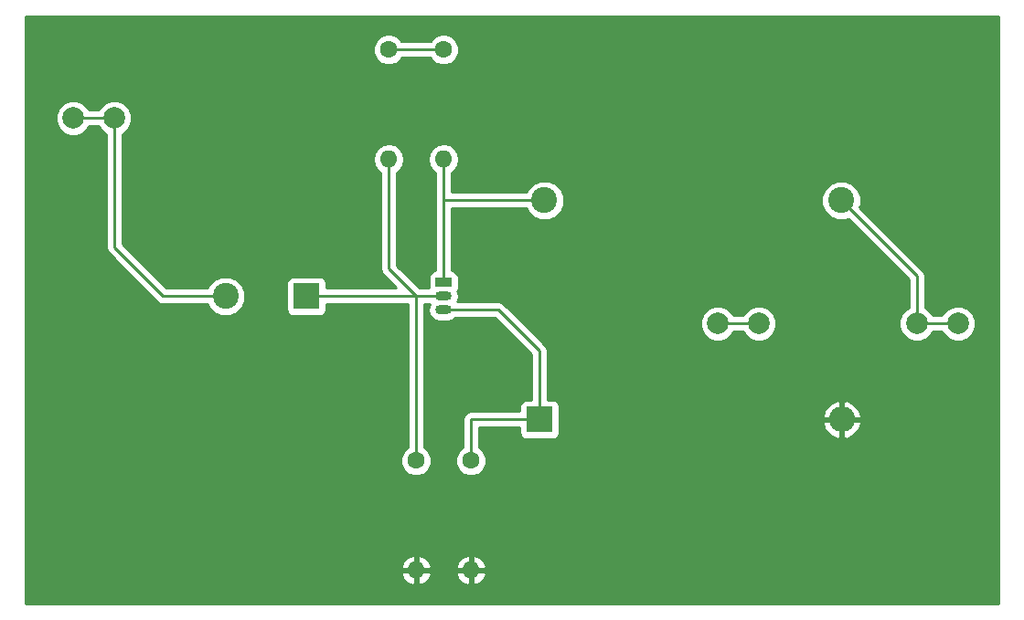
<source format=gbr>
G04 #@! TF.FileFunction,Copper,L1,Top,Signal*
%FSLAX46Y46*%
G04 Gerber Fmt 4.6, Leading zero omitted, Abs format (unit mm)*
G04 Created by KiCad (PCBNEW 4.0.5) date 05/18/17 11:13:03*
%MOMM*%
%LPD*%
G01*
G04 APERTURE LIST*
%ADD10C,0.100000*%
%ADD11O,1.500000X0.900000*%
%ADD12R,1.500000X0.900000*%
%ADD13R,2.400000X2.400000*%
%ADD14C,2.400000*%
%ADD15O,2.400000X2.400000*%
%ADD16C,1.600000*%
%ADD17O,1.600000X1.600000*%
%ADD18C,1.998980*%
%ADD19C,0.250000*%
%ADD20C,0.254000*%
G04 APERTURE END LIST*
D10*
D11*
X162560000Y-106680000D03*
X162560000Y-107950000D03*
D12*
X162560000Y-105410000D03*
D13*
X149860000Y-106680000D03*
D14*
X142360000Y-106680000D03*
D13*
X171450000Y-118110000D03*
D15*
X199450000Y-118110000D03*
D14*
X199390000Y-97790000D03*
X171890000Y-97790000D03*
D16*
X157480000Y-83820000D03*
D17*
X157480000Y-93980000D03*
D16*
X160020000Y-121920000D03*
D17*
X160020000Y-132080000D03*
D16*
X162560000Y-83820000D03*
D17*
X162560000Y-93980000D03*
D16*
X165100000Y-121920000D03*
D17*
X165100000Y-132080000D03*
D18*
X128270000Y-90170000D03*
X132080000Y-90170000D03*
X206375000Y-109220000D03*
X210185000Y-109220000D03*
X187960000Y-109220000D03*
X191770000Y-109220000D03*
D19*
X157480000Y-104140000D02*
X160020000Y-106680000D01*
X157480000Y-93980000D02*
X157480000Y-104140000D01*
X160020000Y-106680000D02*
X162560000Y-106680000D01*
X160020000Y-121920000D02*
X160020000Y-106680000D01*
X162560000Y-106680000D02*
X149860000Y-106680000D01*
X132080000Y-90170000D02*
X130666508Y-90170000D01*
X130666508Y-90170000D02*
X128270000Y-90170000D01*
X142360000Y-106680000D02*
X136601200Y-106680000D01*
X136601200Y-106680000D02*
X132080000Y-102158800D01*
X132080000Y-102158800D02*
X132080000Y-90170000D01*
X165100000Y-118110000D02*
X171450000Y-118110000D01*
X165100000Y-121920000D02*
X165100000Y-118110000D01*
X162560000Y-107950000D02*
X167640000Y-107950000D01*
X167640000Y-107950000D02*
X171450000Y-111760000D01*
X171450000Y-111760000D02*
X171450000Y-118110000D01*
X165100000Y-132080000D02*
X163968630Y-132080000D01*
X163968630Y-132080000D02*
X160020000Y-132080000D01*
X191820800Y-132085080D02*
X191815720Y-132080000D01*
X191815720Y-132080000D02*
X165100000Y-132080000D01*
X199450000Y-124455880D02*
X191820800Y-132085080D01*
X199450000Y-118110000D02*
X199450000Y-124455880D01*
X206375000Y-109220000D02*
X207788492Y-109220000D01*
X207788492Y-109220000D02*
X210185000Y-109220000D01*
X206375000Y-109220000D02*
X206375000Y-104775000D01*
X206375000Y-104775000D02*
X199390000Y-97790000D01*
X162560000Y-105410000D02*
X162560000Y-97790000D01*
X162560000Y-97790000D02*
X162560000Y-93980000D01*
X171890000Y-97790000D02*
X162560000Y-97790000D01*
X157480000Y-83820000D02*
X162560000Y-83820000D01*
X191770000Y-109220000D02*
X190356508Y-109220000D01*
X190356508Y-109220000D02*
X187960000Y-109220000D01*
D20*
G36*
X213945000Y-135205000D02*
X123875000Y-135205000D01*
X123875000Y-132429041D01*
X158628086Y-132429041D01*
X158867611Y-132935134D01*
X159282577Y-133311041D01*
X159670961Y-133471904D01*
X159893000Y-133349915D01*
X159893000Y-132207000D01*
X160147000Y-132207000D01*
X160147000Y-133349915D01*
X160369039Y-133471904D01*
X160757423Y-133311041D01*
X161172389Y-132935134D01*
X161411914Y-132429041D01*
X163708086Y-132429041D01*
X163947611Y-132935134D01*
X164362577Y-133311041D01*
X164750961Y-133471904D01*
X164973000Y-133349915D01*
X164973000Y-132207000D01*
X165227000Y-132207000D01*
X165227000Y-133349915D01*
X165449039Y-133471904D01*
X165837423Y-133311041D01*
X166252389Y-132935134D01*
X166491914Y-132429041D01*
X166370629Y-132207000D01*
X165227000Y-132207000D01*
X164973000Y-132207000D01*
X163829371Y-132207000D01*
X163708086Y-132429041D01*
X161411914Y-132429041D01*
X161290629Y-132207000D01*
X160147000Y-132207000D01*
X159893000Y-132207000D01*
X158749371Y-132207000D01*
X158628086Y-132429041D01*
X123875000Y-132429041D01*
X123875000Y-131730959D01*
X158628086Y-131730959D01*
X158749371Y-131953000D01*
X159893000Y-131953000D01*
X159893000Y-130810085D01*
X160147000Y-130810085D01*
X160147000Y-131953000D01*
X161290629Y-131953000D01*
X161411914Y-131730959D01*
X163708086Y-131730959D01*
X163829371Y-131953000D01*
X164973000Y-131953000D01*
X164973000Y-130810085D01*
X165227000Y-130810085D01*
X165227000Y-131953000D01*
X166370629Y-131953000D01*
X166491914Y-131730959D01*
X166252389Y-131224866D01*
X165837423Y-130848959D01*
X165449039Y-130688096D01*
X165227000Y-130810085D01*
X164973000Y-130810085D01*
X164750961Y-130688096D01*
X164362577Y-130848959D01*
X163947611Y-131224866D01*
X163708086Y-131730959D01*
X161411914Y-131730959D01*
X161172389Y-131224866D01*
X160757423Y-130848959D01*
X160369039Y-130688096D01*
X160147000Y-130810085D01*
X159893000Y-130810085D01*
X159670961Y-130688096D01*
X159282577Y-130848959D01*
X158867611Y-131224866D01*
X158628086Y-131730959D01*
X123875000Y-131730959D01*
X123875000Y-90493694D01*
X126635226Y-90493694D01*
X126883538Y-91094655D01*
X127342927Y-91554846D01*
X127943453Y-91804206D01*
X128593694Y-91804774D01*
X129194655Y-91556462D01*
X129654846Y-91097073D01*
X129724221Y-90930000D01*
X130625504Y-90930000D01*
X130693538Y-91094655D01*
X131152927Y-91554846D01*
X131320000Y-91624221D01*
X131320000Y-102158800D01*
X131377852Y-102449639D01*
X131542599Y-102696201D01*
X136063799Y-107217401D01*
X136310360Y-107382148D01*
X136601200Y-107440000D01*
X140688552Y-107440000D01*
X140803455Y-107718086D01*
X141319199Y-108234730D01*
X141993395Y-108514681D01*
X142723403Y-108515318D01*
X143398086Y-108236545D01*
X143914730Y-107720801D01*
X144194681Y-107046605D01*
X144195318Y-106316597D01*
X143916545Y-105641914D01*
X143754914Y-105480000D01*
X148012560Y-105480000D01*
X148012560Y-107880000D01*
X148056838Y-108115317D01*
X148195910Y-108331441D01*
X148408110Y-108476431D01*
X148660000Y-108527440D01*
X151060000Y-108527440D01*
X151295317Y-108483162D01*
X151511441Y-108344090D01*
X151656431Y-108131890D01*
X151707440Y-107880000D01*
X151707440Y-107440000D01*
X159260000Y-107440000D01*
X159260000Y-120681354D01*
X159208200Y-120702757D01*
X158804176Y-121106077D01*
X158585250Y-121633309D01*
X158584752Y-122204187D01*
X158802757Y-122731800D01*
X159206077Y-123135824D01*
X159733309Y-123354750D01*
X160304187Y-123355248D01*
X160831800Y-123137243D01*
X161235824Y-122733923D01*
X161454750Y-122206691D01*
X161455248Y-121635813D01*
X161237243Y-121108200D01*
X160833923Y-120704176D01*
X160780000Y-120681785D01*
X160780000Y-107440000D01*
X161293792Y-107440000D01*
X161230457Y-107534788D01*
X161147866Y-107950000D01*
X161230457Y-108365212D01*
X161465655Y-108717211D01*
X161817654Y-108952409D01*
X162232866Y-109035000D01*
X162887134Y-109035000D01*
X163302346Y-108952409D01*
X163654345Y-108717211D01*
X163659163Y-108710000D01*
X167325198Y-108710000D01*
X170690000Y-112074802D01*
X170690000Y-116262560D01*
X170250000Y-116262560D01*
X170014683Y-116306838D01*
X169798559Y-116445910D01*
X169653569Y-116658110D01*
X169602560Y-116910000D01*
X169602560Y-117350000D01*
X165100000Y-117350000D01*
X164809161Y-117407852D01*
X164562599Y-117572599D01*
X164397852Y-117819161D01*
X164340000Y-118110000D01*
X164340000Y-120681354D01*
X164288200Y-120702757D01*
X163884176Y-121106077D01*
X163665250Y-121633309D01*
X163664752Y-122204187D01*
X163882757Y-122731800D01*
X164286077Y-123135824D01*
X164813309Y-123354750D01*
X165384187Y-123355248D01*
X165911800Y-123137243D01*
X166315824Y-122733923D01*
X166534750Y-122206691D01*
X166535248Y-121635813D01*
X166317243Y-121108200D01*
X165913923Y-120704176D01*
X165860000Y-120681785D01*
X165860000Y-118870000D01*
X169602560Y-118870000D01*
X169602560Y-119310000D01*
X169646838Y-119545317D01*
X169785910Y-119761441D01*
X169998110Y-119906431D01*
X170250000Y-119957440D01*
X172650000Y-119957440D01*
X172885317Y-119913162D01*
X173101441Y-119774090D01*
X173246431Y-119561890D01*
X173297440Y-119310000D01*
X173297440Y-118521805D01*
X197661805Y-118521805D01*
X197894358Y-119083258D01*
X198385224Y-119604492D01*
X199038193Y-119898203D01*
X199323000Y-119781858D01*
X199323000Y-118237000D01*
X199577000Y-118237000D01*
X199577000Y-119781858D01*
X199861807Y-119898203D01*
X200514776Y-119604492D01*
X201005642Y-119083258D01*
X201238195Y-118521805D01*
X201121432Y-118237000D01*
X199577000Y-118237000D01*
X199323000Y-118237000D01*
X197778568Y-118237000D01*
X197661805Y-118521805D01*
X173297440Y-118521805D01*
X173297440Y-117698195D01*
X197661805Y-117698195D01*
X197778568Y-117983000D01*
X199323000Y-117983000D01*
X199323000Y-116438142D01*
X199577000Y-116438142D01*
X199577000Y-117983000D01*
X201121432Y-117983000D01*
X201238195Y-117698195D01*
X201005642Y-117136742D01*
X200514776Y-116615508D01*
X199861807Y-116321797D01*
X199577000Y-116438142D01*
X199323000Y-116438142D01*
X199038193Y-116321797D01*
X198385224Y-116615508D01*
X197894358Y-117136742D01*
X197661805Y-117698195D01*
X173297440Y-117698195D01*
X173297440Y-116910000D01*
X173253162Y-116674683D01*
X173114090Y-116458559D01*
X172901890Y-116313569D01*
X172650000Y-116262560D01*
X172210000Y-116262560D01*
X172210000Y-111760000D01*
X172152148Y-111469161D01*
X171987401Y-111222599D01*
X170308496Y-109543694D01*
X186325226Y-109543694D01*
X186573538Y-110144655D01*
X187032927Y-110604846D01*
X187633453Y-110854206D01*
X188283694Y-110854774D01*
X188884655Y-110606462D01*
X189344846Y-110147073D01*
X189414221Y-109980000D01*
X190315504Y-109980000D01*
X190383538Y-110144655D01*
X190842927Y-110604846D01*
X191443453Y-110854206D01*
X192093694Y-110854774D01*
X192694655Y-110606462D01*
X193154846Y-110147073D01*
X193404206Y-109546547D01*
X193404774Y-108896306D01*
X193156462Y-108295345D01*
X192697073Y-107835154D01*
X192096547Y-107585794D01*
X191446306Y-107585226D01*
X190845345Y-107833538D01*
X190385154Y-108292927D01*
X190315779Y-108460000D01*
X189414496Y-108460000D01*
X189346462Y-108295345D01*
X188887073Y-107835154D01*
X188286547Y-107585794D01*
X187636306Y-107585226D01*
X187035345Y-107833538D01*
X186575154Y-108292927D01*
X186325794Y-108893453D01*
X186325226Y-109543694D01*
X170308496Y-109543694D01*
X168177401Y-107412599D01*
X167930839Y-107247852D01*
X167640000Y-107190000D01*
X163826208Y-107190000D01*
X163889543Y-107095212D01*
X163972134Y-106680000D01*
X163889543Y-106264788D01*
X163846241Y-106199981D01*
X163906431Y-106111890D01*
X163957440Y-105860000D01*
X163957440Y-104960000D01*
X163913162Y-104724683D01*
X163774090Y-104508559D01*
X163561890Y-104363569D01*
X163320000Y-104314585D01*
X163320000Y-98550000D01*
X170218552Y-98550000D01*
X170333455Y-98828086D01*
X170849199Y-99344730D01*
X171523395Y-99624681D01*
X172253403Y-99625318D01*
X172928086Y-99346545D01*
X173444730Y-98830801D01*
X173724681Y-98156605D01*
X173724683Y-98153403D01*
X197554682Y-98153403D01*
X197833455Y-98828086D01*
X198349199Y-99344730D01*
X199023395Y-99624681D01*
X199753403Y-99625318D01*
X200034407Y-99509209D01*
X205615000Y-105089802D01*
X205615000Y-107765504D01*
X205450345Y-107833538D01*
X204990154Y-108292927D01*
X204740794Y-108893453D01*
X204740226Y-109543694D01*
X204988538Y-110144655D01*
X205447927Y-110604846D01*
X206048453Y-110854206D01*
X206698694Y-110854774D01*
X207299655Y-110606462D01*
X207759846Y-110147073D01*
X207829221Y-109980000D01*
X208730504Y-109980000D01*
X208798538Y-110144655D01*
X209257927Y-110604846D01*
X209858453Y-110854206D01*
X210508694Y-110854774D01*
X211109655Y-110606462D01*
X211569846Y-110147073D01*
X211819206Y-109546547D01*
X211819774Y-108896306D01*
X211571462Y-108295345D01*
X211112073Y-107835154D01*
X210511547Y-107585794D01*
X209861306Y-107585226D01*
X209260345Y-107833538D01*
X208800154Y-108292927D01*
X208730779Y-108460000D01*
X207829496Y-108460000D01*
X207761462Y-108295345D01*
X207302073Y-107835154D01*
X207135000Y-107765779D01*
X207135000Y-104775000D01*
X207077148Y-104484161D01*
X206912401Y-104237599D01*
X201109293Y-98434491D01*
X201224681Y-98156605D01*
X201225318Y-97426597D01*
X200946545Y-96751914D01*
X200430801Y-96235270D01*
X199756605Y-95955319D01*
X199026597Y-95954682D01*
X198351914Y-96233455D01*
X197835270Y-96749199D01*
X197555319Y-97423395D01*
X197554682Y-98153403D01*
X173724683Y-98153403D01*
X173725318Y-97426597D01*
X173446545Y-96751914D01*
X172930801Y-96235270D01*
X172256605Y-95955319D01*
X171526597Y-95954682D01*
X170851914Y-96233455D01*
X170335270Y-96749199D01*
X170218671Y-97030000D01*
X163320000Y-97030000D01*
X163320000Y-95192995D01*
X163574698Y-95022811D01*
X163885767Y-94557264D01*
X163995000Y-94008113D01*
X163995000Y-93951887D01*
X163885767Y-93402736D01*
X163574698Y-92937189D01*
X163109151Y-92626120D01*
X162560000Y-92516887D01*
X162010849Y-92626120D01*
X161545302Y-92937189D01*
X161234233Y-93402736D01*
X161125000Y-93951887D01*
X161125000Y-94008113D01*
X161234233Y-94557264D01*
X161545302Y-95022811D01*
X161800000Y-95192995D01*
X161800000Y-104314442D01*
X161574683Y-104356838D01*
X161358559Y-104495910D01*
X161213569Y-104708110D01*
X161162560Y-104960000D01*
X161162560Y-105860000D01*
X161173850Y-105920000D01*
X160334802Y-105920000D01*
X158240000Y-103825198D01*
X158240000Y-95192995D01*
X158494698Y-95022811D01*
X158805767Y-94557264D01*
X158915000Y-94008113D01*
X158915000Y-93951887D01*
X158805767Y-93402736D01*
X158494698Y-92937189D01*
X158029151Y-92626120D01*
X157480000Y-92516887D01*
X156930849Y-92626120D01*
X156465302Y-92937189D01*
X156154233Y-93402736D01*
X156045000Y-93951887D01*
X156045000Y-94008113D01*
X156154233Y-94557264D01*
X156465302Y-95022811D01*
X156720000Y-95192995D01*
X156720000Y-104140000D01*
X156777852Y-104430839D01*
X156942599Y-104677401D01*
X158185198Y-105920000D01*
X151707440Y-105920000D01*
X151707440Y-105480000D01*
X151663162Y-105244683D01*
X151524090Y-105028559D01*
X151311890Y-104883569D01*
X151060000Y-104832560D01*
X148660000Y-104832560D01*
X148424683Y-104876838D01*
X148208559Y-105015910D01*
X148063569Y-105228110D01*
X148012560Y-105480000D01*
X143754914Y-105480000D01*
X143400801Y-105125270D01*
X142726605Y-104845319D01*
X141996597Y-104844682D01*
X141321914Y-105123455D01*
X140805270Y-105639199D01*
X140688671Y-105920000D01*
X136916002Y-105920000D01*
X132840000Y-101843998D01*
X132840000Y-91624496D01*
X133004655Y-91556462D01*
X133464846Y-91097073D01*
X133714206Y-90496547D01*
X133714774Y-89846306D01*
X133466462Y-89245345D01*
X133007073Y-88785154D01*
X132406547Y-88535794D01*
X131756306Y-88535226D01*
X131155345Y-88783538D01*
X130695154Y-89242927D01*
X130625779Y-89410000D01*
X129724496Y-89410000D01*
X129656462Y-89245345D01*
X129197073Y-88785154D01*
X128596547Y-88535794D01*
X127946306Y-88535226D01*
X127345345Y-88783538D01*
X126885154Y-89242927D01*
X126635794Y-89843453D01*
X126635226Y-90493694D01*
X123875000Y-90493694D01*
X123875000Y-84104187D01*
X156044752Y-84104187D01*
X156262757Y-84631800D01*
X156666077Y-85035824D01*
X157193309Y-85254750D01*
X157764187Y-85255248D01*
X158291800Y-85037243D01*
X158695824Y-84633923D01*
X158718215Y-84580000D01*
X161321354Y-84580000D01*
X161342757Y-84631800D01*
X161746077Y-85035824D01*
X162273309Y-85254750D01*
X162844187Y-85255248D01*
X163371800Y-85037243D01*
X163775824Y-84633923D01*
X163994750Y-84106691D01*
X163995248Y-83535813D01*
X163777243Y-83008200D01*
X163373923Y-82604176D01*
X162846691Y-82385250D01*
X162275813Y-82384752D01*
X161748200Y-82602757D01*
X161344176Y-83006077D01*
X161321785Y-83060000D01*
X158718646Y-83060000D01*
X158697243Y-83008200D01*
X158293923Y-82604176D01*
X157766691Y-82385250D01*
X157195813Y-82384752D01*
X156668200Y-82602757D01*
X156264176Y-83006077D01*
X156045250Y-83533309D01*
X156044752Y-84104187D01*
X123875000Y-84104187D01*
X123875000Y-80695000D01*
X213945000Y-80695000D01*
X213945000Y-135205000D01*
X213945000Y-135205000D01*
G37*
X213945000Y-135205000D02*
X123875000Y-135205000D01*
X123875000Y-132429041D01*
X158628086Y-132429041D01*
X158867611Y-132935134D01*
X159282577Y-133311041D01*
X159670961Y-133471904D01*
X159893000Y-133349915D01*
X159893000Y-132207000D01*
X160147000Y-132207000D01*
X160147000Y-133349915D01*
X160369039Y-133471904D01*
X160757423Y-133311041D01*
X161172389Y-132935134D01*
X161411914Y-132429041D01*
X163708086Y-132429041D01*
X163947611Y-132935134D01*
X164362577Y-133311041D01*
X164750961Y-133471904D01*
X164973000Y-133349915D01*
X164973000Y-132207000D01*
X165227000Y-132207000D01*
X165227000Y-133349915D01*
X165449039Y-133471904D01*
X165837423Y-133311041D01*
X166252389Y-132935134D01*
X166491914Y-132429041D01*
X166370629Y-132207000D01*
X165227000Y-132207000D01*
X164973000Y-132207000D01*
X163829371Y-132207000D01*
X163708086Y-132429041D01*
X161411914Y-132429041D01*
X161290629Y-132207000D01*
X160147000Y-132207000D01*
X159893000Y-132207000D01*
X158749371Y-132207000D01*
X158628086Y-132429041D01*
X123875000Y-132429041D01*
X123875000Y-131730959D01*
X158628086Y-131730959D01*
X158749371Y-131953000D01*
X159893000Y-131953000D01*
X159893000Y-130810085D01*
X160147000Y-130810085D01*
X160147000Y-131953000D01*
X161290629Y-131953000D01*
X161411914Y-131730959D01*
X163708086Y-131730959D01*
X163829371Y-131953000D01*
X164973000Y-131953000D01*
X164973000Y-130810085D01*
X165227000Y-130810085D01*
X165227000Y-131953000D01*
X166370629Y-131953000D01*
X166491914Y-131730959D01*
X166252389Y-131224866D01*
X165837423Y-130848959D01*
X165449039Y-130688096D01*
X165227000Y-130810085D01*
X164973000Y-130810085D01*
X164750961Y-130688096D01*
X164362577Y-130848959D01*
X163947611Y-131224866D01*
X163708086Y-131730959D01*
X161411914Y-131730959D01*
X161172389Y-131224866D01*
X160757423Y-130848959D01*
X160369039Y-130688096D01*
X160147000Y-130810085D01*
X159893000Y-130810085D01*
X159670961Y-130688096D01*
X159282577Y-130848959D01*
X158867611Y-131224866D01*
X158628086Y-131730959D01*
X123875000Y-131730959D01*
X123875000Y-90493694D01*
X126635226Y-90493694D01*
X126883538Y-91094655D01*
X127342927Y-91554846D01*
X127943453Y-91804206D01*
X128593694Y-91804774D01*
X129194655Y-91556462D01*
X129654846Y-91097073D01*
X129724221Y-90930000D01*
X130625504Y-90930000D01*
X130693538Y-91094655D01*
X131152927Y-91554846D01*
X131320000Y-91624221D01*
X131320000Y-102158800D01*
X131377852Y-102449639D01*
X131542599Y-102696201D01*
X136063799Y-107217401D01*
X136310360Y-107382148D01*
X136601200Y-107440000D01*
X140688552Y-107440000D01*
X140803455Y-107718086D01*
X141319199Y-108234730D01*
X141993395Y-108514681D01*
X142723403Y-108515318D01*
X143398086Y-108236545D01*
X143914730Y-107720801D01*
X144194681Y-107046605D01*
X144195318Y-106316597D01*
X143916545Y-105641914D01*
X143754914Y-105480000D01*
X148012560Y-105480000D01*
X148012560Y-107880000D01*
X148056838Y-108115317D01*
X148195910Y-108331441D01*
X148408110Y-108476431D01*
X148660000Y-108527440D01*
X151060000Y-108527440D01*
X151295317Y-108483162D01*
X151511441Y-108344090D01*
X151656431Y-108131890D01*
X151707440Y-107880000D01*
X151707440Y-107440000D01*
X159260000Y-107440000D01*
X159260000Y-120681354D01*
X159208200Y-120702757D01*
X158804176Y-121106077D01*
X158585250Y-121633309D01*
X158584752Y-122204187D01*
X158802757Y-122731800D01*
X159206077Y-123135824D01*
X159733309Y-123354750D01*
X160304187Y-123355248D01*
X160831800Y-123137243D01*
X161235824Y-122733923D01*
X161454750Y-122206691D01*
X161455248Y-121635813D01*
X161237243Y-121108200D01*
X160833923Y-120704176D01*
X160780000Y-120681785D01*
X160780000Y-107440000D01*
X161293792Y-107440000D01*
X161230457Y-107534788D01*
X161147866Y-107950000D01*
X161230457Y-108365212D01*
X161465655Y-108717211D01*
X161817654Y-108952409D01*
X162232866Y-109035000D01*
X162887134Y-109035000D01*
X163302346Y-108952409D01*
X163654345Y-108717211D01*
X163659163Y-108710000D01*
X167325198Y-108710000D01*
X170690000Y-112074802D01*
X170690000Y-116262560D01*
X170250000Y-116262560D01*
X170014683Y-116306838D01*
X169798559Y-116445910D01*
X169653569Y-116658110D01*
X169602560Y-116910000D01*
X169602560Y-117350000D01*
X165100000Y-117350000D01*
X164809161Y-117407852D01*
X164562599Y-117572599D01*
X164397852Y-117819161D01*
X164340000Y-118110000D01*
X164340000Y-120681354D01*
X164288200Y-120702757D01*
X163884176Y-121106077D01*
X163665250Y-121633309D01*
X163664752Y-122204187D01*
X163882757Y-122731800D01*
X164286077Y-123135824D01*
X164813309Y-123354750D01*
X165384187Y-123355248D01*
X165911800Y-123137243D01*
X166315824Y-122733923D01*
X166534750Y-122206691D01*
X166535248Y-121635813D01*
X166317243Y-121108200D01*
X165913923Y-120704176D01*
X165860000Y-120681785D01*
X165860000Y-118870000D01*
X169602560Y-118870000D01*
X169602560Y-119310000D01*
X169646838Y-119545317D01*
X169785910Y-119761441D01*
X169998110Y-119906431D01*
X170250000Y-119957440D01*
X172650000Y-119957440D01*
X172885317Y-119913162D01*
X173101441Y-119774090D01*
X173246431Y-119561890D01*
X173297440Y-119310000D01*
X173297440Y-118521805D01*
X197661805Y-118521805D01*
X197894358Y-119083258D01*
X198385224Y-119604492D01*
X199038193Y-119898203D01*
X199323000Y-119781858D01*
X199323000Y-118237000D01*
X199577000Y-118237000D01*
X199577000Y-119781858D01*
X199861807Y-119898203D01*
X200514776Y-119604492D01*
X201005642Y-119083258D01*
X201238195Y-118521805D01*
X201121432Y-118237000D01*
X199577000Y-118237000D01*
X199323000Y-118237000D01*
X197778568Y-118237000D01*
X197661805Y-118521805D01*
X173297440Y-118521805D01*
X173297440Y-117698195D01*
X197661805Y-117698195D01*
X197778568Y-117983000D01*
X199323000Y-117983000D01*
X199323000Y-116438142D01*
X199577000Y-116438142D01*
X199577000Y-117983000D01*
X201121432Y-117983000D01*
X201238195Y-117698195D01*
X201005642Y-117136742D01*
X200514776Y-116615508D01*
X199861807Y-116321797D01*
X199577000Y-116438142D01*
X199323000Y-116438142D01*
X199038193Y-116321797D01*
X198385224Y-116615508D01*
X197894358Y-117136742D01*
X197661805Y-117698195D01*
X173297440Y-117698195D01*
X173297440Y-116910000D01*
X173253162Y-116674683D01*
X173114090Y-116458559D01*
X172901890Y-116313569D01*
X172650000Y-116262560D01*
X172210000Y-116262560D01*
X172210000Y-111760000D01*
X172152148Y-111469161D01*
X171987401Y-111222599D01*
X170308496Y-109543694D01*
X186325226Y-109543694D01*
X186573538Y-110144655D01*
X187032927Y-110604846D01*
X187633453Y-110854206D01*
X188283694Y-110854774D01*
X188884655Y-110606462D01*
X189344846Y-110147073D01*
X189414221Y-109980000D01*
X190315504Y-109980000D01*
X190383538Y-110144655D01*
X190842927Y-110604846D01*
X191443453Y-110854206D01*
X192093694Y-110854774D01*
X192694655Y-110606462D01*
X193154846Y-110147073D01*
X193404206Y-109546547D01*
X193404774Y-108896306D01*
X193156462Y-108295345D01*
X192697073Y-107835154D01*
X192096547Y-107585794D01*
X191446306Y-107585226D01*
X190845345Y-107833538D01*
X190385154Y-108292927D01*
X190315779Y-108460000D01*
X189414496Y-108460000D01*
X189346462Y-108295345D01*
X188887073Y-107835154D01*
X188286547Y-107585794D01*
X187636306Y-107585226D01*
X187035345Y-107833538D01*
X186575154Y-108292927D01*
X186325794Y-108893453D01*
X186325226Y-109543694D01*
X170308496Y-109543694D01*
X168177401Y-107412599D01*
X167930839Y-107247852D01*
X167640000Y-107190000D01*
X163826208Y-107190000D01*
X163889543Y-107095212D01*
X163972134Y-106680000D01*
X163889543Y-106264788D01*
X163846241Y-106199981D01*
X163906431Y-106111890D01*
X163957440Y-105860000D01*
X163957440Y-104960000D01*
X163913162Y-104724683D01*
X163774090Y-104508559D01*
X163561890Y-104363569D01*
X163320000Y-104314585D01*
X163320000Y-98550000D01*
X170218552Y-98550000D01*
X170333455Y-98828086D01*
X170849199Y-99344730D01*
X171523395Y-99624681D01*
X172253403Y-99625318D01*
X172928086Y-99346545D01*
X173444730Y-98830801D01*
X173724681Y-98156605D01*
X173724683Y-98153403D01*
X197554682Y-98153403D01*
X197833455Y-98828086D01*
X198349199Y-99344730D01*
X199023395Y-99624681D01*
X199753403Y-99625318D01*
X200034407Y-99509209D01*
X205615000Y-105089802D01*
X205615000Y-107765504D01*
X205450345Y-107833538D01*
X204990154Y-108292927D01*
X204740794Y-108893453D01*
X204740226Y-109543694D01*
X204988538Y-110144655D01*
X205447927Y-110604846D01*
X206048453Y-110854206D01*
X206698694Y-110854774D01*
X207299655Y-110606462D01*
X207759846Y-110147073D01*
X207829221Y-109980000D01*
X208730504Y-109980000D01*
X208798538Y-110144655D01*
X209257927Y-110604846D01*
X209858453Y-110854206D01*
X210508694Y-110854774D01*
X211109655Y-110606462D01*
X211569846Y-110147073D01*
X211819206Y-109546547D01*
X211819774Y-108896306D01*
X211571462Y-108295345D01*
X211112073Y-107835154D01*
X210511547Y-107585794D01*
X209861306Y-107585226D01*
X209260345Y-107833538D01*
X208800154Y-108292927D01*
X208730779Y-108460000D01*
X207829496Y-108460000D01*
X207761462Y-108295345D01*
X207302073Y-107835154D01*
X207135000Y-107765779D01*
X207135000Y-104775000D01*
X207077148Y-104484161D01*
X206912401Y-104237599D01*
X201109293Y-98434491D01*
X201224681Y-98156605D01*
X201225318Y-97426597D01*
X200946545Y-96751914D01*
X200430801Y-96235270D01*
X199756605Y-95955319D01*
X199026597Y-95954682D01*
X198351914Y-96233455D01*
X197835270Y-96749199D01*
X197555319Y-97423395D01*
X197554682Y-98153403D01*
X173724683Y-98153403D01*
X173725318Y-97426597D01*
X173446545Y-96751914D01*
X172930801Y-96235270D01*
X172256605Y-95955319D01*
X171526597Y-95954682D01*
X170851914Y-96233455D01*
X170335270Y-96749199D01*
X170218671Y-97030000D01*
X163320000Y-97030000D01*
X163320000Y-95192995D01*
X163574698Y-95022811D01*
X163885767Y-94557264D01*
X163995000Y-94008113D01*
X163995000Y-93951887D01*
X163885767Y-93402736D01*
X163574698Y-92937189D01*
X163109151Y-92626120D01*
X162560000Y-92516887D01*
X162010849Y-92626120D01*
X161545302Y-92937189D01*
X161234233Y-93402736D01*
X161125000Y-93951887D01*
X161125000Y-94008113D01*
X161234233Y-94557264D01*
X161545302Y-95022811D01*
X161800000Y-95192995D01*
X161800000Y-104314442D01*
X161574683Y-104356838D01*
X161358559Y-104495910D01*
X161213569Y-104708110D01*
X161162560Y-104960000D01*
X161162560Y-105860000D01*
X161173850Y-105920000D01*
X160334802Y-105920000D01*
X158240000Y-103825198D01*
X158240000Y-95192995D01*
X158494698Y-95022811D01*
X158805767Y-94557264D01*
X158915000Y-94008113D01*
X158915000Y-93951887D01*
X158805767Y-93402736D01*
X158494698Y-92937189D01*
X158029151Y-92626120D01*
X157480000Y-92516887D01*
X156930849Y-92626120D01*
X156465302Y-92937189D01*
X156154233Y-93402736D01*
X156045000Y-93951887D01*
X156045000Y-94008113D01*
X156154233Y-94557264D01*
X156465302Y-95022811D01*
X156720000Y-95192995D01*
X156720000Y-104140000D01*
X156777852Y-104430839D01*
X156942599Y-104677401D01*
X158185198Y-105920000D01*
X151707440Y-105920000D01*
X151707440Y-105480000D01*
X151663162Y-105244683D01*
X151524090Y-105028559D01*
X151311890Y-104883569D01*
X151060000Y-104832560D01*
X148660000Y-104832560D01*
X148424683Y-104876838D01*
X148208559Y-105015910D01*
X148063569Y-105228110D01*
X148012560Y-105480000D01*
X143754914Y-105480000D01*
X143400801Y-105125270D01*
X142726605Y-104845319D01*
X141996597Y-104844682D01*
X141321914Y-105123455D01*
X140805270Y-105639199D01*
X140688671Y-105920000D01*
X136916002Y-105920000D01*
X132840000Y-101843998D01*
X132840000Y-91624496D01*
X133004655Y-91556462D01*
X133464846Y-91097073D01*
X133714206Y-90496547D01*
X133714774Y-89846306D01*
X133466462Y-89245345D01*
X133007073Y-88785154D01*
X132406547Y-88535794D01*
X131756306Y-88535226D01*
X131155345Y-88783538D01*
X130695154Y-89242927D01*
X130625779Y-89410000D01*
X129724496Y-89410000D01*
X129656462Y-89245345D01*
X129197073Y-88785154D01*
X128596547Y-88535794D01*
X127946306Y-88535226D01*
X127345345Y-88783538D01*
X126885154Y-89242927D01*
X126635794Y-89843453D01*
X126635226Y-90493694D01*
X123875000Y-90493694D01*
X123875000Y-84104187D01*
X156044752Y-84104187D01*
X156262757Y-84631800D01*
X156666077Y-85035824D01*
X157193309Y-85254750D01*
X157764187Y-85255248D01*
X158291800Y-85037243D01*
X158695824Y-84633923D01*
X158718215Y-84580000D01*
X161321354Y-84580000D01*
X161342757Y-84631800D01*
X161746077Y-85035824D01*
X162273309Y-85254750D01*
X162844187Y-85255248D01*
X163371800Y-85037243D01*
X163775824Y-84633923D01*
X163994750Y-84106691D01*
X163995248Y-83535813D01*
X163777243Y-83008200D01*
X163373923Y-82604176D01*
X162846691Y-82385250D01*
X162275813Y-82384752D01*
X161748200Y-82602757D01*
X161344176Y-83006077D01*
X161321785Y-83060000D01*
X158718646Y-83060000D01*
X158697243Y-83008200D01*
X158293923Y-82604176D01*
X157766691Y-82385250D01*
X157195813Y-82384752D01*
X156668200Y-82602757D01*
X156264176Y-83006077D01*
X156045250Y-83533309D01*
X156044752Y-84104187D01*
X123875000Y-84104187D01*
X123875000Y-80695000D01*
X213945000Y-80695000D01*
X213945000Y-135205000D01*
M02*

</source>
